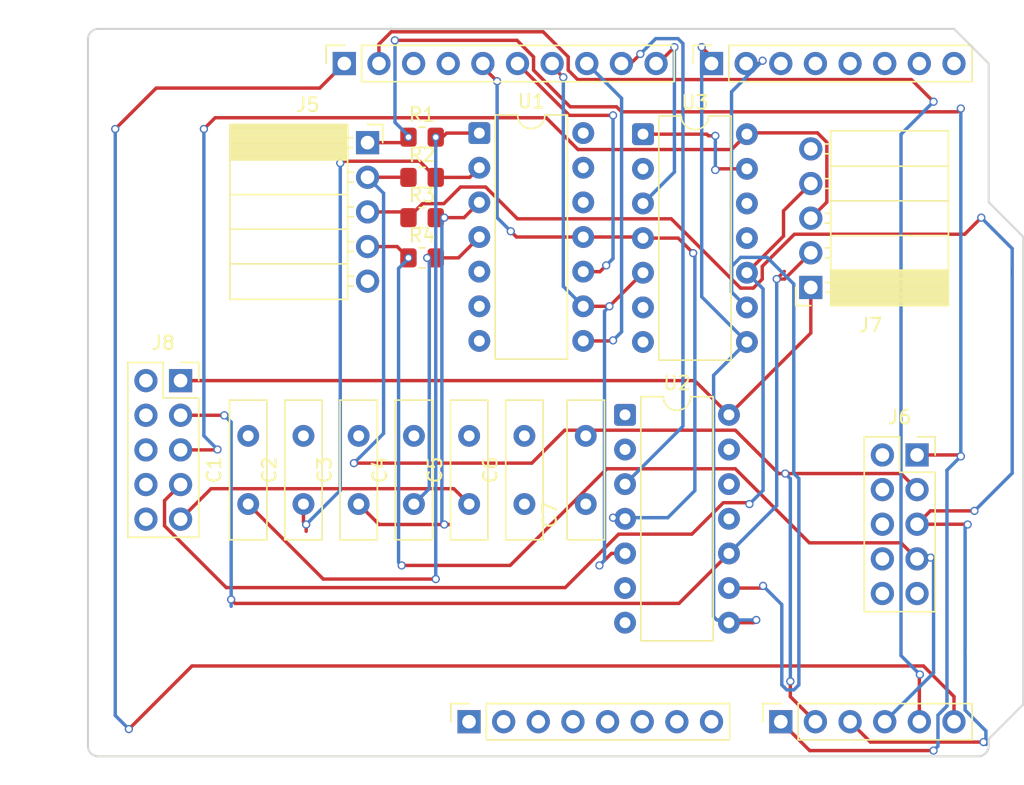
<source format=kicad_pcb>
(kicad_pcb (version 20241229) (generator "pcbnew") (generator_version "9.0")
  (title_block (date "mar. 31 mars 2015"))
  (layers (0 "F.Cu" signal) (4 "In1.Cu" signal) (6 "In2.Cu" signal) (2 "B.Cu" signal) (13 "F.Paste" user) (15 "B.Paste" user) (5 "F.SilkS" user "F.Silkscreen") (7 "B.SilkS" user "B.Silkscreen") (1 "F.Mask" user) (3 "B.Mask" user) (25 "Edge.Cuts" user))
  (net 0 "")
  (net 1 "GND")
  (net 3 "+5V")
  (net 4 "/IOREF")
  (net 5 "/A0")
  (net 6 "/A1")
  (net 7 "/A2")
  (net 8 "/A3")
  (net 9 "/SDA{slash}A4")
  (net 10 "/SCL{slash}A5")
  (net 11 "Net-(U1-CH0)")
  (net 12 "Net-(U1-CH1)")
  (net 13 "/AREF")
  (net 14 "Net-(U1-CH2)")
  (net 15 "Net-(U1-CH3)")
  (net 16 "/COPI")
  (net 17 "/CIPO")
  (net 18 "/SCK")
  (net 19 "/4")
  (net 20 "/2")
  (net 21 "/CS0")
  (net 22 "/*5")
  (net 23 "/TX{slash}1")
  (net 24 "/*3")
  (net 25 "/RX{slash}0")
  (net 26 "+3V3")
  (net 27 "VCC")
  (net 28 "/~{RESET}")
  (net 29 "/CS2")
  (net 30 "/CS1")
  (net 31 "/LDAC")
  (net 32 "/SHDN")
  (net 35 "/Out3")
  (net 36 "/Out2")
  (net 37 "/Out1")
  (net 38 "/Out0")
  (footprint "Connector_PinSocket_2.54mm:PinSocket_1x08_P2.54mm_Vertical" (layer "F.Cu") (at 127.94 97.46 90)
    (property "Reference" "J1" (hide yes))
    (property "Value" "Power")
    (pad "1" thru_hole rect (at 0 0 90) (size 1.7 1.7) (drill 1) (layers "*.Cu" "*.Mask"))
    (pad "2" thru_hole oval (at 0 2.54 90) (size 1.7 1.7) (drill 1) (layers "*.Cu" "*.Mask") (net 4 "/IOREF"))
    (pad "3" thru_hole oval (at 0 5.08 90) (size 1.7 1.7) (drill 1) (layers "*.Cu" "*.Mask") (net 28 "/~{RESET}"))
    (pad "4" thru_hole oval (at 0 7.62 90) (size 1.7 1.7) (drill 1) (layers "*.Cu" "*.Mask") (net 26 "+3V3"))
    (pad "5" thru_hole oval (at 0 10.16 90) (size 1.7 1.7) (drill 1) (layers "*.Cu" "*.Mask") (net 3 "+5V"))
    (pad "6" thru_hole oval (at 0 12.7 90) (size 1.7 1.7) (drill 1) (layers "*.Cu" "*.Mask") (net 1 "GND"))
    (pad "7" thru_hole oval (at 0 15.24 90) (size 1.7 1.7) (drill 1) (layers "*.Cu" "*.Mask") (net 1 "GND"))
    (pad "8" thru_hole oval (at 0 17.78 90) (size 1.7 1.7) (drill 1) (layers "*.Cu" "*.Mask") (net 27 "VCC"))
  )
  (footprint "Connector_PinSocket_2.54mm:PinSocket_1x06_P2.54mm_Vertical" (layer "F.Cu") (at 150.8 97.46 90)
    (property "Reference" "J3" (hide yes))
    (property "Value" "Analog")
    (pad "1" thru_hole rect (at 0 0 90) (size 1.7 1.7) (drill 1) (layers "*.Cu" "*.Mask") (net 5 "/A0"))
    (pad "2" thru_hole oval (at 0 2.54 90) (size 1.7 1.7) (drill 1) (layers "*.Cu" "*.Mask") (net 6 "/A1"))
    (pad "3" thru_hole oval (at 0 5.08 90) (size 1.7 1.7) (drill 1) (layers "*.Cu" "*.Mask") (net 7 "/A2"))
    (pad "4" thru_hole oval (at 0 7.62 90) (size 1.7 1.7) (drill 1) (layers "*.Cu" "*.Mask") (net 8 "/A3"))
    (pad "5" thru_hole oval (at 0 10.16 90) (size 1.7 1.7) (drill 1) (layers "*.Cu" "*.Mask") (net 9 "/SDA{slash}A4"))
    (pad "6" thru_hole oval (at 0 12.7 90) (size 1.7 1.7) (drill 1) (layers "*.Cu" "*.Mask") (net 10 "/SCL{slash}A5"))
  )
  (footprint "Connector_PinSocket_2.54mm:PinSocket_1x10_P2.54mm_Vertical" (layer "F.Cu") (at 118.796 49.2 90)
    (property "Reference" "J2" (hide yes))
    (property "Value" "Digital/PWM")
    (pad "1" thru_hole rect (at 0 0 90) (size 1.7 1.7) (drill 1) (layers "*.Cu" "*.Mask") (net 10 "/SCL{slash}A5"))
    (pad "2" thru_hole oval (at 0 2.54 90) (size 1.7 1.7) (drill 1) (layers "*.Cu" "*.Mask") (net 9 "/SDA{slash}A4"))
    (pad "3" thru_hole oval (at 0 5.08 90) (size 1.7 1.7) (drill 1) (layers "*.Cu" "*.Mask") (net 13 "/AREF"))
    (pad "4" thru_hole oval (at 0 7.62 90) (size 1.7 1.7) (drill 1) (layers "*.Cu" "*.Mask") (net 1 "GND"))
    (pad "5" thru_hole oval (at 0 10.16 90) (size 1.7 1.7) (drill 1) (layers "*.Cu" "*.Mask") (net 18 "/SCK"))
    (pad "6" thru_hole oval (at 0 12.7 90) (size 1.7 1.7) (drill 1) (layers "*.Cu" "*.Mask") (net 17 "/CIPO"))
    (pad "7" thru_hole oval (at 0 15.24 90) (size 1.7 1.7) (drill 1) (layers "*.Cu" "*.Mask") (net 16 "/COPI"))
    (pad "8" thru_hole oval (at 0 17.78 90) (size 1.7 1.7) (drill 1) (layers "*.Cu" "*.Mask") (net 21 "/CS0"))
    (pad "9" thru_hole oval (at 0 20.32 90) (size 1.7 1.7) (drill 1) (layers "*.Cu" "*.Mask") (net 30 "/CS1"))
    (pad "10" thru_hole oval (at 0 22.86 90) (size 1.7 1.7) (drill 1) (layers "*.Cu" "*.Mask") (net 29 "/CS2"))
  )
  (footprint "Connector_PinSocket_2.54mm:PinSocket_1x08_P2.54mm_Vertical" (layer "F.Cu") (at 145.72 49.2 90)
    (property "Reference" "J4" (hide yes))
    (property "Value" "Digital/PWM")
    (pad "1" thru_hole rect (at 0 0 90) (size 1.7 1.7) (drill 1) (layers "*.Cu" "*.Mask") (net 31 "/LDAC"))
    (pad "2" thru_hole oval (at 0 2.54 90) (size 1.7 1.7) (drill 1) (layers "*.Cu" "*.Mask") (net 32 "/SHDN"))
    (pad "3" thru_hole oval (at 0 5.08 90) (size 1.7 1.7) (drill 1) (layers "*.Cu" "*.Mask") (net 22 "/*5"))
    (pad "4" thru_hole oval (at 0 7.62 90) (size 1.7 1.7) (drill 1) (layers "*.Cu" "*.Mask") (net 19 "/4"))
    (pad "5" thru_hole oval (at 0 10.16 90) (size 1.7 1.7) (drill 1) (layers "*.Cu" "*.Mask") (net 24 "/*3"))
    (pad "6" thru_hole oval (at 0 12.7 90) (size 1.7 1.7) (drill 1) (layers "*.Cu" "*.Mask") (net 20 "/2"))
    (pad "7" thru_hole oval (at 0 15.24 90) (size 1.7 1.7) (drill 1) (layers "*.Cu" "*.Mask") (net 23 "/TX{slash}1"))
    (pad "8" thru_hole oval (at 0 17.78 90) (size 1.7 1.7) (drill 1) (layers "*.Cu" "*.Mask") (net 25 "/RX{slash}0"))
  )
  (footprint "Capacitor_THT:C_Disc_D10.0mm_W2.5mm_P5.00mm" (layer "F.Cu") (at 119.85 81.5 90)
    (property "Reference" "C3" (at 2.5 -2.5 90) (layer "F.SilkS"))
    (property "Value" ".003u")
    (pad "1" thru_hole circle (at 0 0 90) (size 1.6 1.6) (drill 0.8) (layers "*.Cu" "*.Mask") (net 14 "Net-(U1-CH2)"))
    (pad "2" thru_hole circle (at 5 0 90) (size 1.6 1.6) (drill 0.8) (layers "*.Cu" "*.Mask") (net 1 "GND"))
  )
  (footprint "Package_DIP:DIP-14_W7.62mm" (layer "F.Cu") (at 139.38 74.96)
    (property "Reference" "U2" (at 3.81 -2.33 0) (layer "F.SilkS"))
    (property "Value" "MCP4922-EP")
    (pad "1" thru_hole roundrect (at 0 0) (size 1.6 1.6) (drill 0.8) (layers "*.Cu" "*.Mask") (roundrect_rratio 0.15625) (net 3 "+5V"))
    (pad "2" thru_hole circle (at 0 2.54) (size 1.6 1.6) (drill 0.8) (layers "*.Cu" "*.Mask"))
    (pad "3" thru_hole circle (at 0 5.08) (size 1.6 1.6) (drill 0.8) (layers "*.Cu" "*.Mask") (net 30 "/CS1"))
    (pad "4" thru_hole circle (at 0 7.62) (size 1.6 1.6) (drill 0.8) (layers "*.Cu" "*.Mask") (net 18 "/SCK"))
    (pad "5" thru_hole circle (at 0 10.16) (size 1.6 1.6) (drill 0.8) (layers "*.Cu" "*.Mask") (net 16 "/COPI"))
    (pad "6" thru_hole circle (at 0 12.7) (size 1.6 1.6) (drill 0.8) (layers "*.Cu" "*.Mask"))
    (pad "7" thru_hole circle (at 0 15.24) (size 1.6 1.6) (drill 0.8) (layers "*.Cu" "*.Mask"))
    (pad "8" thru_hole circle (at 7.62 15.24) (size 1.6 1.6) (drill 0.8) (layers "*.Cu" "*.Mask") (net 31 "/LDAC"))
    (pad "9" thru_hole circle (at 7.62 12.7) (size 1.6 1.6) (drill 0.8) (layers "*.Cu" "*.Mask") (net 32 "/SHDN"))
    (pad "10" thru_hole circle (at 7.62 10.16) (size 1.6 1.6) (drill 0.8) (layers "*.Cu" "*.Mask") (net 37 "/Out1"))
    (pad "11" thru_hole circle (at 7.62 7.62) (size 1.6 1.6) (drill 0.8) (layers "*.Cu" "*.Mask") (net 3 "+5V"))
    (pad "12" thru_hole circle (at 7.62 5.08) (size 1.6 1.6) (drill 0.8) (layers "*.Cu" "*.Mask") (net 1 "GND"))
    (pad "13" thru_hole circle (at 7.62 2.54) (size 1.6 1.6) (drill 0.8) (layers "*.Cu" "*.Mask") (net 3 "+5V"))
    (pad "14" thru_hole circle (at 7.62 0) (size 1.6 1.6) (drill 0.8) (layers "*.Cu" "*.Mask") (net 38 "/Out0"))
  )
  (footprint "Capacitor_THT:C_Disc_D10.0mm_W2.5mm_P5.00mm" (layer "F.Cu") (at 127.95 81.5 90)
    (property "Reference" "C5" (at 2.5 -2.5 90) (layer "F.SilkS"))
    (property "Value" ".01u")
    (pad "1" thru_hole circle (at 0 0 90) (size 1.6 1.6) (drill 0.8) (layers "*.Cu" "*.Mask") (net 3 "+5V"))
    (pad "2" thru_hole circle (at 5 0 90) (size 1.6 1.6) (drill 0.8) (layers "*.Cu" "*.Mask") (net 1 "GND"))
  )
  (footprint "Package_DIP:DIP-14_W7.62mm" (layer "F.Cu") (at 128.695 54.3)
    (property "Reference" "U1" (at 3.81 -2.33 0) (layer "F.SilkS"))
    (property "Value" "MCP3204")
    (pad "1" thru_hole roundrect (at 0 0) (size 1.6 1.6) (drill 0.8) (layers "*.Cu" "*.Mask") (roundrect_rratio 0.15625) (net 11 "Net-(U1-CH0)"))
    (pad "2" thru_hole circle (at 0 2.54) (size 1.6 1.6) (drill 0.8) (layers "*.Cu" "*.Mask") (net 12 "Net-(U1-CH1)"))
    (pad "3" thru_hole circle (at 0 5.08) (size 1.6 1.6) (drill 0.8) (layers "*.Cu" "*.Mask") (net 14 "Net-(U1-CH2)"))
    (pad "4" thru_hole circle (at 0 7.62) (size 1.6 1.6) (drill 0.8) (layers "*.Cu" "*.Mask") (net 15 "Net-(U1-CH3)"))
    (pad "5" thru_hole circle (at 0 10.16) (size 1.6 1.6) (drill 0.8) (layers "*.Cu" "*.Mask"))
    (pad "6" thru_hole circle (at 0 12.7) (size 1.6 1.6) (drill 0.8) (layers "*.Cu" "*.Mask"))
    (pad "7" thru_hole circle (at 0 15.24) (size 1.6 1.6) (drill 0.8) (layers "*.Cu" "*.Mask") (net 1 "GND"))
    (pad "8" thru_hole circle (at 7.62 15.24) (size 1.6 1.6) (drill 0.8) (layers "*.Cu" "*.Mask") (net 21 "/CS0"))
    (pad "9" thru_hole circle (at 7.62 12.7) (size 1.6 1.6) (drill 0.8) (layers "*.Cu" "*.Mask") (net 16 "/COPI"))
    (pad "10" thru_hole circle (at 7.62 10.16) (size 1.6 1.6) (drill 0.8) (layers "*.Cu" "*.Mask") (net 17 "/CIPO"))
    (pad "11" thru_hole circle (at 7.62 7.62) (size 1.6 1.6) (drill 0.8) (layers "*.Cu" "*.Mask") (net 18 "/SCK"))
    (pad "12" thru_hole circle (at 7.62 5.08) (size 1.6 1.6) (drill 0.8) (layers "*.Cu" "*.Mask") (net 1 "GND"))
    (pad "13" thru_hole circle (at 7.62 2.54) (size 1.6 1.6) (drill 0.8) (layers "*.Cu" "*.Mask") (net 3 "+5V"))
    (pad "14" thru_hole circle (at 7.62 0) (size 1.6 1.6) (drill 0.8) (layers "*.Cu" "*.Mask") (net 3 "+5V"))
  )
  (footprint "Connector_PinSocket_2.54mm:PinSocket_2x05_P2.54mm_Vertical" (layer "F.Cu") (at 160.79 77.9)
    (property "Reference" "J6" (at -1.27 -2.77 0) (layer "F.SilkS"))
    (property "Value" "Conn_02x05_Odd_Even")
    (pad "1" thru_hole rect (at 0 0) (size 1.7 1.7) (drill 1) (layers "*.Cu" "*.Mask") (net 5 "/A0"))
    (pad "2" thru_hole circle (at -2.54 0) (size 1.7 1.7) (drill 1) (layers "*.Cu" "*.Mask") (net 1 "GND"))
    (pad "3" thru_hole circle (at 0 2.54) (size 1.7 1.7) (drill 1) (layers "*.Cu" "*.Mask") (net 6 "/A1"))
    (pad "4" thru_hole circle (at -2.54 2.54) (size 1.7 1.7) (drill 1) (layers "*.Cu" "*.Mask") (net 1 "GND"))
    (pad "5" thru_hole circle (at 0 5.08) (size 1.7 1.7) (drill 1) (layers "*.Cu" "*.Mask") (net 7 "/A2"))
    (pad "6" thru_hole circle (at -2.54 5.08) (size 1.7 1.7) (drill 1) (layers "*.Cu" "*.Mask") (net 1 "GND"))
    (pad "7" thru_hole circle (at 0 7.62) (size 1.7 1.7) (drill 1) (layers "*.Cu" "*.Mask") (net 8 "/A3"))
    (pad "8" thru_hole circle (at -2.54 7.62) (size 1.7 1.7) (drill 1) (layers "*.Cu" "*.Mask") (net 1 "GND"))
    (pad "9" thru_hole circle (at 0 10.16) (size 1.7 1.7) (drill 1) (layers "*.Cu" "*.Mask"))
    (pad "10" thru_hole circle (at -2.54 10.16) (size 1.7 1.7) (drill 1) (layers "*.Cu" "*.Mask"))
  )
  (footprint "Connector_PinSocket_2.54mm:PinSocket_2x05_P2.54mm_Vertical" (layer "F.Cu") (at 106.79 72.45)
    (property "Reference" "J8" (at -1.27 -2.77 0) (layer "F.SilkS"))
    (property "Value" "Conn_02x05_Odd_Even")
    (pad "1" thru_hole rect (at 0 0) (size 1.7 1.7) (drill 1) (layers "*.Cu" "*.Mask") (net 38 "/Out0"))
    (pad "2" thru_hole circle (at -2.54 0) (size 1.7 1.7) (drill 1) (layers "*.Cu" "*.Mask") (net 1 "GND"))
    (pad "3" thru_hole circle (at 0 2.54) (size 1.7 1.7) (drill 1) (layers "*.Cu" "*.Mask") (net 37 "/Out1"))
    (pad "4" thru_hole circle (at -2.54 2.54) (size 1.7 1.7) (drill 1) (layers "*.Cu" "*.Mask") (net 1 "GND"))
    (pad "5" thru_hole circle (at 0 5.08) (size 1.7 1.7) (drill 1) (layers "*.Cu" "*.Mask") (net 36 "/Out2"))
    (pad "6" thru_hole circle (at -2.54 5.08) (size 1.7 1.7) (drill 1) (layers "*.Cu" "*.Mask") (net 1 "GND"))
    (pad "7" thru_hole circle (at 0 7.62) (size 1.7 1.7) (drill 1) (layers "*.Cu" "*.Mask") (net 35 "/Out3"))
    (pad "8" thru_hole circle (at -2.54 7.62) (size 1.7 1.7) (drill 1) (layers "*.Cu" "*.Mask") (net 1 "GND"))
    (pad "9" thru_hole circle (at 0 10.16) (size 1.7 1.7) (drill 1) (layers "*.Cu" "*.Mask") (net 3 "+5V"))
    (pad "10" thru_hole circle (at -2.54 10.16) (size 1.7 1.7) (drill 1) (layers "*.Cu" "*.Mask") (net 1 "GND"))
  )
  (footprint "Capacitor_THT:C_Disc_D10.0mm_W2.5mm_P5.00mm" (layer "F.Cu") (at 111.75 81.5 90)
    (property "Reference" "C1" (at 2.5 -2.5 90) (layer "F.SilkS"))
    (property "Value" ".003u")
    (pad "1" thru_hole circle (at 0 0 90) (size 1.6 1.6) (drill 0.8) (layers "*.Cu" "*.Mask") (net 11 "Net-(U1-CH0)"))
    (pad "2" thru_hole circle (at 5 0 90) (size 1.6 1.6) (drill 0.8) (layers "*.Cu" "*.Mask") (net 1 "GND"))
  )
  (footprint "Resistor_SMD:R_0805_2012Metric_Pad1.20x1.40mm_HandSolder" (layer "F.Cu") (at 124.5 63.45)
    (property "Reference" "R4" (at 0 -1.65 0) (layer "F.SilkS"))
    (property "Value" "1k")
    (pad "1" smd roundrect (at -1 0) (size 1.2 1.4) (layers "F.Cu" "F.Mask" "F.Paste") (roundrect_rratio 0.208333) (net 8 "/A3"))
    (pad "2" smd roundrect (at 1 0) (size 1.2 1.4) (layers "F.Cu" "F.Mask" "F.Paste") (roundrect_rratio 0.208333) (net 15 "Net-(U1-CH3)"))
  )
  (footprint "Arduino_MountingHole:MountingHole_3.2mm" (layer "F.Cu") (at 115.24 49.2)
    (property "Reference" "MH1" (hide yes))
    (property "Value" "MountingHole_3.2mm" (hide yes))
    (pad "" np_thru_hole circle (at 0 0) (size 3.2 3.2) (drill 3.2) (layers "*.Cu" "*.Mask"))
  )
  (footprint "Resistor_SMD:R_0805_2012Metric_Pad1.20x1.40mm_HandSolder" (layer "F.Cu") (at 124.5 60.5)
    (property "Reference" "R3" (at 0 -1.65 0) (layer "F.SilkS"))
    (property "Value" "1k")
    (pad "1" smd roundrect (at -1 0) (size 1.2 1.4) (layers "F.Cu" "F.Mask" "F.Paste") (roundrect_rratio 0.208333) (net 7 "/A2"))
    (pad "2" smd roundrect (at 1 0) (size 1.2 1.4) (layers "F.Cu" "F.Mask" "F.Paste") (roundrect_rratio 0.208333) (net 14 "Net-(U1-CH2)"))
  )
  (footprint "Resistor_SMD:R_0805_2012Metric_Pad1.20x1.40mm_HandSolder" (layer "F.Cu") (at 124.5 57.55)
    (property "Reference" "R2" (at 0 -1.65 0) (layer "F.SilkS"))
    (property "Value" "1k")
    (pad "1" smd roundrect (at -1 0) (size 1.2 1.4) (layers "F.Cu" "F.Mask" "F.Paste") (roundrect_rratio 0.208333) (net 6 "/A1"))
    (pad "2" smd roundrect (at 1 0) (size 1.2 1.4) (layers "F.Cu" "F.Mask" "F.Paste") (roundrect_rratio 0.208333) (net 12 "Net-(U1-CH1)"))
  )
  (footprint "Resistor_SMD:R_0805_2012Metric_Pad1.20x1.40mm_HandSolder" (layer "F.Cu") (at 124.5 54.6)
    (property "Reference" "R1" (at 0 -1.65 0) (layer "F.SilkS"))
    (property "Value" "1k")
    (pad "1" smd roundrect (at -1 0) (size 1.2 1.4) (layers "F.Cu" "F.Mask" "F.Paste") (roundrect_rratio 0.208333) (net 5 "/A0"))
    (pad "2" smd roundrect (at 1 0) (size 1.2 1.4) (layers "F.Cu" "F.Mask" "F.Paste") (roundrect_rratio 0.208333) (net 11 "Net-(U1-CH0)"))
  )
  (footprint "Package_DIP:DIP-14_W7.62mm" (layer "F.Cu") (at 140.695 54.38)
    (property "Reference" "U3" (at 3.81 -2.33 0) (layer "F.SilkS"))
    (property "Value" "MCP4922-EP")
    (pad "1" thru_hole roundrect (at 0 0) (size 1.6 1.6) (drill 0.8) (layers "*.Cu" "*.Mask") (roundrect_rratio 0.15625) (net 3 "+5V"))
    (pad "2" thru_hole circle (at 0 2.54) (size 1.6 1.6) (drill 0.8) (layers "*.Cu" "*.Mask"))
    (pad "3" thru_hole circle (at 0 5.08) (size 1.6 1.6) (drill 0.8) (layers "*.Cu" "*.Mask") (net 29 "/CS2"))
    (pad "4" thru_hole circle (at 0 7.62) (size 1.6 1.6) (drill 0.8) (layers "*.Cu" "*.Mask") (net 18 "/SCK"))
    (pad "5" thru_hole circle (at 0 10.16) (size 1.6 1.6) (drill 0.8) (layers "*.Cu" "*.Mask") (net 16 "/COPI"))
    (pad "6" thru_hole circle (at 0 12.7) (size 1.6 1.6) (drill 0.8) (layers "*.Cu" "*.Mask"))
    (pad "7" thru_hole circle (at 0 15.24) (size 1.6 1.6) (drill 0.8) (layers "*.Cu" "*.Mask"))
    (pad "8" thru_hole circle (at 7.62 15.24) (size 1.6 1.6) (drill 0.8) (layers "*.Cu" "*.Mask") (net 31 "/LDAC"))
    (pad "9" thru_hole circle (at 7.62 12.7) (size 1.6 1.6) (drill 0.8) (layers "*.Cu" "*.Mask") (net 32 "/SHDN"))
    (pad "10" thru_hole circle (at 7.62 10.16) (size 1.6 1.6) (drill 0.8) (layers "*.Cu" "*.Mask") (net 35 "/Out3"))
    (pad "11" thru_hole circle (at 7.62 7.62) (size 1.6 1.6) (drill 0.8) (layers "*.Cu" "*.Mask") (net 3 "+5V"))
    (pad "12" thru_hole circle (at 7.62 5.08) (size 1.6 1.6) (drill 0.8) (layers "*.Cu" "*.Mask") (net 1 "GND"))
    (pad "13" thru_hole circle (at 7.62 2.54) (size 1.6 1.6) (drill 0.8) (layers "*.Cu" "*.Mask") (net 3 "+5V"))
    (pad "14" thru_hole circle (at 7.62 0) (size 1.6 1.6) (drill 0.8) (layers "*.Cu" "*.Mask") (net 36 "/Out2"))
  )
  (footprint "Capacitor_THT:C_Disc_D10.0mm_W2.5mm_P5.00mm" (layer "F.Cu") (at 132 81.5 90)
    (property "Reference" "C6" (at 2.5 -2.5 90) (layer "F.SilkS"))
    (property "Value" ".01u")
    (pad "1" thru_hole circle (at 0 0 90) (size 1.6 1.6) (drill 0.8) (layers "*.Cu" "*.Mask") (net 3 "+5V"))
    (pad "2" thru_hole circle (at 5 0 90) (size 1.6 1.6) (drill 0.8) (layers "*.Cu" "*.Mask") (net 1 "GND"))
  )
  (footprint "Capacitor_THT:C_Disc_D10.0mm_W2.5mm_P5.00mm" (layer "F.Cu") (at 136.5 81.5 90)
    (property "Reference" "C7" (at -0.8 -2.64 90) (layer "F.SilkS"))
    (property "Value" ".01u")
    (pad "1" thru_hole circle (at 0 0 90) (size 1.6 1.6) (drill 0.8) (layers "*.Cu" "*.Mask") (net 3 "+5V"))
    (pad "2" thru_hole circle (at 5 0 90) (size 1.6 1.6) (drill 0.8) (layers "*.Cu" "*.Mask") (net 1 "GND"))
  )
  (footprint "Connector_PinSocket_2.54mm:PinSocket_1x05_P2.54mm_Horizontal" (layer "F.Cu") (at 120.5 55)
    (property "Reference" "J5" (at -4.38 -2.77 0) (layer "F.SilkS"))
    (property "Value" "Screw_Terminal_01x05")
    (pad "1" thru_hole rect (at 0 0) (size 1.7 1.7) (drill 1) (layers "*.Cu" "*.Mask") (net 5 "/A0"))
    (pad "2" thru_hole circle (at 0 2.54) (size 1.7 1.7) (drill 1) (layers "*.Cu" "*.Mask") (net 6 "/A1"))
    (pad "3" thru_hole circle (at 0 5.08) (size 1.7 1.7) (drill 1) (layers "*.Cu" "*.Mask") (net 7 "/A2"))
    (pad "4" thru_hole circle (at 0 7.62) (size 1.7 1.7) (drill 1) (layers "*.Cu" "*.Mask") (net 8 "/A3"))
    (pad "5" thru_hole circle (at 0 10.16) (size 1.7 1.7) (drill 1) (layers "*.Cu" "*.Mask") (net 1 "GND"))
  )
  (footprint "Capacitor_THT:C_Disc_D10.0mm_W2.5mm_P5.00mm" (layer "F.Cu") (at 115.8 81.5 90)
    (property "Reference" "C2" (at 2.5 -2.5 90) (layer "F.SilkS"))
    (property "Value" ".003u")
    (pad "1" thru_hole circle (at 0 0 90) (size 1.6 1.6) (drill 0.8) (layers "*.Cu" "*.Mask") (net 12 "Net-(U1-CH1)"))
    (pad "2" thru_hole circle (at 5 0 90) (size 1.6 1.6) (drill 0.8) (layers "*.Cu" "*.Mask") (net 1 "GND"))
  )
  (footprint "Arduino_MountingHole:MountingHole_3.2mm" (layer "F.Cu") (at 113.97 97.46)
    (property "Reference" "MH2" (hide yes))
    (property "Value" "MountingHole_3.2mm" (hide yes))
    (pad "" np_thru_hole circle (at 0 0) (size 3.2 3.2) (drill 3.2) (layers "*.Cu" "*.Mask"))
  )
  (footprint "Arduino_MountingHole:MountingHole_3.2mm" (layer "F.Cu") (at 166.04 64.44)
    (property "Reference" "MH3" (hide yes))
    (property "Value" "MountingHole_3.2mm" (hide yes))
    (pad "" np_thru_hole circle (at 0 0) (size 3.2 3.2) (drill 3.2) (layers "*.Cu" "*.Mask"))
  )
  (footprint "Arduino_MountingHole:MountingHole_3.2mm" (layer "F.Cu") (at 166.04 92.38)
    (property "Reference" "MH4" (hide yes))
    (property "Value" "MountingHole_3.2mm" (hide yes))
    (pad "" np_thru_hole circle (at 0 0) (size 3.2 3.2) (drill 3.2) (layers "*.Cu" "*.Mask"))
  )
  (footprint "Connector_PinSocket_2.54mm:PinSocket_1x05_P2.54mm_Horizontal" (layer "F.Cu") (at 153 65.62 180)
    (property "Reference" "J7" (at -4.38 -2.77 0) (layer "F.SilkS"))
    (property "Value" "Screw_Terminal_01x05")
    (pad "1" thru_hole rect (at 0 0 180) (size 1.7 1.7) (drill 1) (layers "*.Cu" "*.Mask") (net 38 "/Out0"))
    (pad "2" thru_hole circle (at 0 2.54 180) (size 1.7 1.7) (drill 1) (layers "*.Cu" "*.Mask") (net 37 "/Out1"))
    (pad "3" thru_hole circle (at 0 5.08 180) (size 1.7 1.7) (drill 1) (layers "*.Cu" "*.Mask") (net 36 "/Out2"))
    (pad "4" thru_hole circle (at 0 7.62 180) (size 1.7 1.7) (drill 1) (layers "*.Cu" "*.Mask") (net 35 "/Out3"))
    (pad "5" thru_hole circle (at 0 10.16 180) (size 1.7 1.7) (drill 1) (layers "*.Cu" "*.Mask") (net 1 "GND"))
  )
  (footprint "Capacitor_THT:C_Disc_D10.0mm_W2.5mm_P5.00mm" (layer "F.Cu") (at 123.9 81.5 90)
    (property "Reference" "C4" (at 2.5 -2.5 90) (layer "F.SilkS"))
    (property "Value" ".003u")
    (pad "1" thru_hole circle (at 0 0 90) (size 1.6 1.6) (drill 0.8) (layers "*.Cu" "*.Mask") (net 15 "Net-(U1-CH3)"))
    (pad "2" thru_hole circle (at 5 0 90) (size 1.6 1.6) (drill 0.8) (layers "*.Cu" "*.Mask") (net 1 "GND"))
  )
  (gr_line (start 166.04 59.36) (end 168.58 61.9) (stroke (width 0.15)) (layer "Edge.Cuts"))
  (gr_line (start 100 99.238) (end 100 47.422) (stroke (width 0.15)) (layer "Edge.Cuts"))
  (gr_line (start 168.58 61.9) (end 168.58 96.19) (stroke (width 0.15)) (layer "Edge.Cuts"))
  (gr_line (start 165.278 100) (end 100.762 100) (stroke (width 0.15)) (layer "Edge.Cuts"))
  (gr_line (start 100.762 46.66) (end 163.5 46.66) (stroke (width 0.15)) (layer "Edge.Cuts"))
  (gr_arc (start 100.762 100) (mid 100.223185 99.776815) (end 100 99.238) (stroke (width 0.15)) (layer "Edge.Cuts"))
  (gr_line (start 168.58 96.19) (end 166.04 98.73) (stroke (width 0.15)) (layer "Edge.Cuts"))
  (gr_line (start 163.5 46.66) (end 166.04 49.2) (stroke (width 0.15)) (layer "Edge.Cuts"))
  (gr_arc (start 166.04 99.238) (mid 165.816815 99.776815) (end 165.278 100) (stroke (width 0.15)) (layer "Edge.Cuts"))
  (gr_line (start 166.04 49.2) (end 166.04 59.36) (stroke (width 0.15)) (layer "Edge.Cuts"))
  (gr_line (start 166.04 98.73) (end 166.04 99.238) (stroke (width 0.15)) (layer "Edge.Cuts"))
  (gr_arc (start 100 47.422) (mid 100.223185 46.883185) (end 100.762 46.66) (stroke (width 0.15)) (layer "Edge.Cuts"))
  (segment (start 146 54.5) (end 145.5 54.5) (width 0.25) (layer "F.Cu") (net 3))
  (segment (start 126.824 80.374) (end 127.95 81.5) (width 0.25) (layer "F.Cu") (net 3))
  (segment (start 136.475 57) (end 136.5 57) (width 0.25) (layer "F.Cu") (net 3))
  (segment (start 148.315 56.92) (end 146.08 56.92) (width 0.25) (layer "F.Cu") (net 3))
  (segment (start 106.79 82.61) (end 109.026 80.374) (width 0.25) (layer "F.Cu") (net 3))
  (segment (start 146.08 56.92) (end 146 57) (width 0.25) (layer "F.Cu") (net 3))
  (segment (start 109.026 80.374) (end 126.824 80.374) (width 0.25) (layer "F.Cu") (net 3))
  (segment (start 145.5 54.5) (end 145.38 54.38) (width 0.25) (layer "F.Cu") (net 3))
  (segment (start 145.38 54.38) (end 140.695 54.38) (width 0.25) (layer "F.Cu") (net 3))
  (via (at 146 57) (size 0.6) (drill 0.4) (layers "F.Cu" "B.Cu") (net 3))
  (via (at 146 57) (size 0.6) (drill 0.4) (layers "F.Cu" "B.Cu") (net 3))
  (via (at 146 57) (size 0.6) (drill 0.4) (layers "F.Cu" "B.Cu") (net 3))
  (via (at 146 57) (size 0.6) (drill 0.4) (layers "F.Cu" "B.Cu") (net 3))
  (via (at 146 54.5) (size 0.6) (drill 0.4) (layers "F.Cu" "B.Cu") (net 3))
  (segment (start 146 57) (end 146 54.5) (width 0.25) (layer "B.Cu") (net 3))
  (segment (start 132.672 48.712884) (end 131.459116 47.5) (width 0.25) (layer "F.Cu") (net 5))
  (segment (start 163.759298 52.740702) (end 139.126 52.740702) (width 0.25) (layer "F.Cu") (net 5))
  (segment (start 120.5 55) (end 123.1 55) (width 0.25) (layer "F.Cu") (net 5))
  (segment (start 162 99.576498) (end 152.916498 99.576498) (width 0.25) (layer "F.Cu") (net 5))
  (segment (start 139.126 52.740702) (end 138.759298 52.374) (width 0.25) (layer "F.Cu") (net 5))
  (segment (start 164 52.5) (end 163.759298 52.740702) (width 0.25) (layer "F.Cu") (net 5))
  (segment (start 160.79 77.9) (end 163.9 77.9) (width 0.25) (layer "F.Cu") (net 5))
  (segment (start 123.1 55) (end 123.5 54.6) (width 0.25) (layer "F.Cu") (net 5))
  (segment (start 138.759298 52.374) (end 135.358884 52.374) (width 0.25) (layer "F.Cu") (net 5))
  (segment (start 135.358884 52.374) (end 132.672 49.687116) (width 0.25) (layer "F.Cu") (net 5))
  (segment (start 131.459116 47.5) (end 122.5 47.5) (width 0.25) (layer "F.Cu") (net 5))
  (segment (start 152.916498 99.576498) (end 150.8 97.46) (width 0.25) (layer "F.Cu") (net 5))
  (segment (start 163.9 77.9) (end 164 78) (width 0.25) (layer "F.Cu") (net 5))
  (segment (start 132.672 49.687116) (end 132.672 48.712884) (width 0.25) (layer "F.Cu") (net 5))
  (via (at 164 52.5) (size 0.6) (drill 0.4) (layers "F.Cu" "B.Cu") (net 5))
  (via (at 164 78) (size 0.6) (drill 0.4) (layers "F.Cu" "B.Cu") (net 5))
  (via (at 122.5 47.5) (size 0.6) (drill 0.4) (layers "F.Cu" "B.Cu") (net 5))
  (via (at 164 78) (size 0.6) (drill 0.4) (layers "F.Cu" "B.Cu") (net 5))
  (via (at 162 99.576498) (size 0.6) (drill 0.4) (layers "F.Cu" "B.Cu") (net 5))
  (via (at 123.5 54.6) (size 0.6) (drill 0.4) (layers "F.Cu" "B.Cu") (net 5))
  (segment (start 162.324 96.972884) (end 162.324 99.252498) (width 0.25) (layer "B.Cu") (net 5))
  (segment (start 164 78) (end 164 52.5) (width 0.25) (layer "B.Cu") (net 5))
  (segment (start 123.5 54.5) (end 123.5 54.6) (width 0.25) (layer "B.Cu") (net 5))
  (segment (start 122.5 47.5) (end 122.512 47.512) (width 0.25) (layer "B.Cu") (net 5))
  (segment (start 122.512 53.512) (end 123.5 54.5) (width 0.25) (layer "B.Cu") (net 5))
  (segment (start 164 78) (end 162.983376 79.016624) (width 0.25) (layer "B.Cu") (net 5))
  (segment (start 122.512 47.512) (end 122.512 53.512) (width 0.25) (layer "B.Cu") (net 5))
  (segment (start 162.983376 79.016624) (end 162.983376 96.313508) (width 0.25) (layer "B.Cu") (net 5))
  (segment (start 162.324 99.252498) (end 162 99.576498) (width 0.25) (layer "B.Cu") (net 5))
  (segment (start 162.983376 96.313508) (end 162.324 96.972884) (width 0.25) (layer "B.Cu") (net 5))
  (segment (start 160.79 80.44) (end 159.614 79.264) (width 0.25) (layer "F.Cu") (net 6))
  (segment (start 120.5 57.54) (end 123.49 57.54) (width 0.25) (layer "F.Cu") (net 6))
  (segment (start 151.5 95.62) (end 151.5 94.5) (width 0.25) (layer "F.Cu") (net 6))
  (segment (start 150.644405 79.264) (end 147.466405 76.086) (width 0.25) (layer "F.Cu") (net 6))
  (segment (start 134.956405 76.086) (end 132.542405 78.5) (width 0.25) (layer "F.Cu") (net 6))
  (segment (start 132.542405 78.5) (end 119.5 78.5) (width 0.25) (layer "F.Cu") (net 6))
  (segment (start 123.49 57.54) (end 123.5 57.55) (width 0.25) (layer "F.Cu") (net 6))
  (segment (start 153.34 97.46) (end 151.5 95.62) (width 0.25) (layer "F.Cu") (net 6))
  (segment (start 159.614 79.264) (end 150.644405 79.264) (width 0.25) (layer "F.Cu") (net 6))
  (segment (start 147.466405 76.086) (end 134.956405 76.086) (width 0.25) (layer "F.Cu") (net 6))
  (via (at 119.5 78.5) (size 0.6) (drill 0.4) (layers "F.Cu" "B.Cu") (net 6))
  (via (at 151.125 79.264) (size 0.6) (drill 0.4) (layers "F.Cu" "B.Cu") (net 6))
  (via (at 151.5 94.5) (size 0.6) (drill 0.4) (layers "F.Cu" "B.Cu") (net 6))
  (segment (start 119.5 78.5) (end 121.676 76.324) (width 0.25) (layer "B.Cu") (net 6))
  (segment (start 121.676 76.324) (end 121.676 58.716) (width 0.25) (layer "B.Cu") (net 6))
  (segment (start 121.676 58.716) (end 120.5 57.54) (width 0.25) (layer "B.Cu") (net 6))
  (segment (start 151.5 94.5) (end 151.5 79.639) (width 0.25) (layer "B.Cu") (net 6))
  (segment (start 151.5 79.639) (end 151.125 79.264) (width 0.25) (layer "B.Cu") (net 6))
  (segment (start 149.441 64.073595) (end 149.441 65.006405) (width 0.25) (layer "F.Cu") (net 7))
  (segment (start 142.768595 60.586) (end 131.493405 60.586) (width 0.25) (layer "F.Cu") (net 7))
  (segment (start 147.848595 65.666) (end 142.768595 60.586) (width 0.25) (layer "F.Cu") (net 7))
  (segment (start 164.284 61.716) (end 151.798595 61.716) (width 0.25) (layer "F.Cu") (net 7))
  (segment (start 149.441 65.006405) (end 148.781405 65.666) (width 0.25) (layer "F.Cu") (net 7))
  (segment (start 148.781405 65.666) (end 147.848595 65.666) (width 0.25) (layer "F.Cu") (net 7))
  (segment (start 123.08 60.08) (end 123.5 60.5) (width 0.25) (layer "F.Cu") (net 7))
  (segment (start 160.79 82.98) (end 161.77 82) (width 0.25) (layer "F.Cu") (net 7))
  (segment (start 157.371498 98.951498) (end 155.88 97.46) (width 0.25) (layer "F.Cu") (net 7))
  (segment (start 160.79 82.98) (end 164.48 82.98) (width 0.25) (layer "F.Cu") (net 7))
  (segment (start 129.161405 58.254) (end 127.315514 58.254) (width 0.25) (layer "F.Cu") (net 7))
  (segment (start 127.315514 58.254) (end 126.095514 59.474) (width 0.25) (layer "F.Cu") (net 7))
  (segment (start 124.526 59.474) (end 123.5 60.5) (width 0.25) (layer "F.Cu") (net 7))
  (segment (start 164.48 82.98) (end 164.5 83) (width 0.25) (layer "F.Cu") (net 7))
  (segment (start 126.095514 59.474) (end 124.526 59.474) (width 0.25) (layer "F.Cu") (net 7))
  (segment (start 131.493405 60.586) (end 129.161405 58.254) (width 0.25) (layer "F.Cu") (net 7))
  (segment (start 165.665 98.951498) (end 157.371498 98.951498) (width 0.25) (layer "F.Cu") (net 7))
  (segment (start 151.798595 61.716) (end 149.441 64.073595) (width 0.25) (layer "F.Cu") (net 7))
  (segment (start 161.77 82) (end 165 82) (width 0.25) (layer "F.Cu") (net 7))
  (segment (start 120.5 60.08) (end 123.08 60.08) (width 0.25) (layer "F.Cu") (net 7))
  (segment (start 165.5 60.5) (end 164.284 61.716) (width 0.25) (layer "F.Cu") (net 7))
  (via (at 165.5 60.5) (size 0.6) (drill 0.4) (layers "F.Cu" "B.Cu") (net 7))
  (via (at 165 82) (size 0.6) (drill 0.4) (layers "F.Cu" "B.Cu") (net 7))
  (via (at 164.5 83) (size 0.6) (drill 0.4) (layers "F.Cu" "B.Cu") (net 7))
  (via (at 165.665 98.951498) (size 0.6) (drill 0.4) (layers "F.Cu" "B.Cu") (net 7))
  (segment (start 164.314 83.186) (end 164.314 96.610884) (width 0.25) (layer "B.Cu") (net 7))
  (segment (start 167.766 62.766) (end 165.5 60.5) (width 0.25) (layer "B.Cu") (net 7))
  (segment (start 167.766 79.234) (end 167.766 62.766) (width 0.25) (layer "B.Cu") (net 7))
  (segment (start 165.839 98.135884) (end 165.839 99.125498) (width 0.25) (layer "B.Cu") (net 7))
  (segment (start 165 82) (end 167.766 79.234) (width 0.25) (layer "B.Cu") (net 7))
  (segment (start 164.5 83) (end 164.314 83.186) (width 0.25) (layer "B.Cu") (net 7))
  (segment (start 165.839 99.125498) (end 165.665 98.951498) (width 0.25) (layer "B.Cu") (net 7))
  (segment (start 164.314 96.610884) (end 165.839 98.135884) (width 0.25) (layer "B.Cu") (net 7))
  (segment (start 120.5 62.62) (end 122.67 62.62) (width 0.25) (layer "F.Cu") (net 8))
  (segment (start 130.957595 86) (end 123 86) (width 0.25) (layer "F.Cu") (net 8))
  (segment (start 122.67 62.62) (end 123.5 63.45) (width 0.25) (layer "F.Cu") (net 8))
  (segment (start 152.896405 84.344) (end 147.466405 78.914) (width 0.25) (layer "F.Cu") (net 8))
  (segment (start 138.043595 78.914) (end 130.957595 86) (width 0.25) (layer "F.Cu") (net 8))
  (segment (start 160.79 85.52) (end 161.690687 85.52) (width 0.25) (layer "F.Cu") (net 8))
  (segment (start 147.466405 78.914) (end 138.043595 78.914) (width 0.25) (layer "F.Cu") (net 8))
  (segment (start 159.614 84.344) (end 152.896405 84.344) (width 0.25) (layer "F.Cu") (net 8))
  (segment (start 160.79 85.52) (end 159.614 84.344) (width 0.25) (layer "F.Cu") (net 8))
  (segment (start 161.690687 85.52) (end 161.785496 85.425191) (width 0.25) (layer "F.Cu") (net 8))
  (via (at 123 86) (size 0.6) (drill 0.4) (layers "F.Cu" "B.Cu") (net 8))
  (via (at 123.5 63.45) (size 0.6) (drill 0.4) (layers "F.Cu" "B.Cu") (net 8))
  (via (at 161.785496 85.425191) (size 0.6) (drill 0.4) (layers "F.Cu" "B.Cu") (net 8))
  (segment (start 122.774 85.774) (end 122.774 64.226) (width 0.25) (layer "B.Cu") (net 8))
  (segment (start 123.5 63.5) (end 123.5 63.45) (width 0.25) (layer "B.Cu") (net 8))
  (segment (start 162 93.88) (end 158.42 97.46) (width 0.25) (layer "B.Cu") (net 8))
  (segment (start 123 86) (end 122.774 85.774) (width 0.25) (layer "B.Cu") (net 8))
  (segment (start 122.774 64.226) (end 123.5 63.5) (width 0.25) (layer "B.Cu") (net 8))
  (segment (start 161.785496 85.425191) (end 162 85.639695) (width 0.25) (layer "B.Cu") (net 8))
  (segment (start 162 85.639695) (end 162 93.88) (width 0.25) (layer "B.Cu") (net 8))
  (segment (start 122.240702 46.874) (end 121.336 47.778702) (width 0.25) (layer "F.Cu") (net 9))
  (segment (start 160.376 50.376) (end 135.900884 50.376) (width 0.25) (layer "F.Cu") (net 9))
  (segment (start 121.336 47.778702) (end 121.336 49.2) (width 0.25) (layer "F.Cu") (net 9))
  (segment (start 135.900884 50.376) (end 135.212 49.687116) (width 0.25) (layer "F.Cu") (net 9))
  (segment (start 162 52) (end 160.376 50.376) (width 0.25) (layer "F.Cu") (net 9))
  (segment (start 133.373116 46.874) (end 122.240702 46.874) (width 0.25) (layer "F.Cu") (net 9))
  (segment (start 135.212 49.687116) (end 135.212 48.712884) (width 0.25) (layer "F.Cu") (net 9))
  (segment (start 160.96 94.036116) (end 160.998058 93.998058) (width 0.25) (layer "F.Cu") (net 9))
  (segment (start 160.96 97.46) (end 160.96 94.036116) (width 0.25) (layer "F.Cu") (net 9))
  (segment (start 135.212 48.712884) (end 133.373116 46.874) (width 0.25) (layer "F.Cu") (net 9))
  (via (at 162 52) (size 0.6) (drill 0.4) (layers "F.Cu" "B.Cu") (net 9))
  (via (at 160.998058 93.998058) (size 0.6) (drill 0.4) (layers "F.Cu" "B.Cu") (net 9))
  (segment (start 159.614 54.386) (end 162 52) (width 0.25) (layer "B.Cu") (net 9))
  (segment (start 159.614 92.614) (end 159.614 54.386) (width 0.25) (layer "B.Cu") (net 9))
  (segment (start 160.998058 93.998058) (end 159.614 92.614) (width 0.25) (layer "B.Cu") (net 9))
  (segment (start 161.257356 93.372058) (end 163.5 95.614702) (width 0.25) (layer "F.Cu") (net 10))
  (segment (start 163.5 95.614702) (end 163.5 97.46) (width 0.25) (layer "F.Cu") (net 10))
  (segment (start 103 98) (end 107.627942 93.372058) (width 0.25) (layer "F.Cu") (net 10))
  (segment (start 118.796 49.2) (end 116.996 51) (width 0.25) (layer "F.Cu") (net 10))
  (segment (start 105 51) (end 102 54) (width 0.25) (layer "F.Cu") (net 10))
  (segment (start 116.996 51) (end 105 51) (width 0.25) (layer "F.Cu") (net 10))
  (segment (start 119.201514 49.2) (end 118.796 49.2) (width 0.25) (layer "F.Cu") (net 10))
  (segment (start 107.627942 93.372058) (end 161.257356 93.372058) (width 0.25) (layer "F.Cu") (net 10))
  (via (at 103 98) (size 0.6) (drill 0.4) (layers "F.Cu" "B.Cu") (net 10))
  (via (at 102 54) (size 0.6) (drill 0.4) (layers "F.Cu" "B.Cu") (net 10))
  (segment (start 102 97) (end 103 98) (width 0.25) (layer "B.Cu") (net 10))
  (segment (start 102 54) (end 102 97) (width 0.25) (layer "B.Cu") (net 10))
  (segment (start 117.25 87) (end 125.5 87) (width 0.25) (layer "F.Cu") (net 11))
  (segment (start 111.75 81.5) (end 117.25 87) (width 0.25) (layer "F.Cu") (net 11))
  (segment (start 126.3 54.3) (end 128.695 54.3) (width 0.25) (layer "F.Cu") (net 11))
  (segment (start 126 54.6) (end 126.3 54.3) (width 0.25) (layer "F.Cu") (net 11))
  (segment (start 125.5 54.6) (end 126 54.6) (width 0.25) (layer "F.Cu") (net 11))
  (via (at 125.5 54.6) (size 0.6) (drill 0.4) (layers "F.Cu" "B.Cu") (net 11))
  (via (at 125.5 87) (size 0.6) (drill 0.4) (layers "F.Cu" "B.Cu") (net 11))
  (segment (start 125.5 87) (end 125.5 54.6) (width 0.25) (layer "B.Cu") (net 11))
  (segment (start 115.8 81.5) (end 115.8 82.8) (width 0.25) (layer "F.Cu") (net 12))
  (segment (start 127.985 57.55) (end 128.695 56.84) (width 0.25) (layer "F.Cu") (net 12))
  (segment (start 115.8 82.8) (end 116 83) (width 0.25) (layer "F.Cu") (net 12))
  (segment (start 124.314 56.364) (end 125.5 57.55) (width 0.25) (layer "F.Cu") (net 12))
  (segment (start 125.5 57.55) (end 127.985 57.55) (width 0.25) (layer "F.Cu") (net 12))
  (segment (start 118.636 56.364) (end 124.314 56.364) (width 0.25) (layer "F.Cu") (net 12))
  (segment (start 118.5 56.5) (end 118.636 56.364) (width 0.25) (layer "F.Cu") (net 12))
  (segment (start 116 83) (end 116 83.5) (width 0.25) (layer "F.Cu") (net 12))
  (via (at 116 83) (size 0.6) (drill 0.4) (layers "F.Cu" "B.Cu") (net 12))
  (via (at 118.5 56.5) (size 0.6) (drill 0.4) (layers "F.Cu" "B.Cu") (net 12))
  (segment (start 118.5 80.5) (end 118.5 56.5) (width 0.25) (layer "B.Cu") (net 12))
  (segment (start 118.5 56.5) (end 118.5 57) (width 0.25) (layer "B.Cu") (net 12))
  (segment (start 116 83) (end 118.5 80.5) (width 0.25) (layer "B.Cu") (net 12))
  (segment (start 126.5 83) (end 126.125 83) (width 0.25) (layer "F.Cu") (net 14))
  (segment (start 119.85 81.5) (end 121.35 83) (width 0.25) (layer "F.Cu") (net 14))
  (segment (start 127.575 60.5) (end 128.695 59.38) (width 0.25) (layer "F.Cu") (net 14))
  (segment (start 121.35 83) (end 126.5 83) (width 0.25) (layer "F.Cu") (net 14))
  (segment (start 125.5 60.5) (end 127.575 60.5) (width 0.25) (layer "F.Cu") (net 14))
  (via (at 126.125 60.5) (size 0.6) (drill 0.4) (layers "F.Cu" "B.Cu") (net 14))
  (via (at 126.125 83) (size 0.6) (drill 0.4) (layers "F.Cu" "B.Cu") (net 14))
  (segment (start 125.951 82.826) (end 125.951 60.5) (width 0.25) (layer "B.Cu") (net 14))
  (segment (start 126.125 83) (end 125.951 82.826) (width 0.25) (layer "B.Cu") (net 14))
  (segment (start 125.951 60.5) (end 126.125 60.5) (width 0.25) (layer "B.Cu") (net 14))
  (segment (start 125.5 63.45) (end 127.165 63.45) (width 0.25) (layer "F.Cu") (net 15))
  (segment (start 127.165 63.45) (end 128.695 61.92) (width 0.25) (layer "F.Cu") (net 15))
  (via (at 124.875 63.45) (size 0.6) (drill 0.4) (layers "F.Cu" "B.Cu") (net 15))
  (segment (start 125.026 63.601) (end 124.875 63.45) (width 0.25) (layer "B.Cu") (net 15))
  (segment (start 123.9 81.5) (end 125.026 80.374) (width 0.25) (layer "B.Cu") (net 15))
  (segment (start 125.026 80.374) (end 125.026 63.601) (width 0.25) (layer "B.Cu") (net 15))
  (segment (start 136.315 67) (end 138.235 67) (width 0.25) (layer "F.Cu") (net 16))
  (segment (start 138.235 67) (end 140.695 64.54) (width 0.25) (layer "F.Cu") (net 16))
  (segment (start 138.38348 85.12) (end 137.50174 86.00174) (width 0.25) (layer "F.Cu") (net 16))
  (segment (start 134.036 49.395001) (end 134.853473 50.212474) (width 0.25) (layer "F.Cu") (net 16))
  (segment (start 134.036 49.2) (end 134.036 49.395001) (width 0.25) (layer "F.Cu") (net 16))
  (segment (start 139.38 85.12) (end 138.38348 85.12) (width 0.25) (layer "F.Cu") (net 16))
  (via (at 137.50174 86.00174) (size 0.6) (drill 0.4) (layers "F.Cu" "B.Cu") (net 16))
  (via (at 138.235 67) (size 0.6) (drill 0.4) (layers "F.Cu" "B.Cu") (net 16))
  (via (at 134.853473 50.212474) (size 0.6) (drill 0.4) (layers "F.Cu" "B.Cu") (net 16))
  (segment (start 137.874 85.62948) (end 137.874 67.361) (width 0.25) (layer "B.Cu") (net 16))
  (segment (start 137.874 67.361) (end 138.235 67) (width 0.25) (layer "B.Cu") (net 16))
  (segment (start 137.50174 86.00174) (end 137.874 85.62948) (width 0.25) (layer "B.Cu") (net 16))
  (segment (start 134.853473 65.538473) (end 136.315 67) (width 0.25) (layer "B.Cu") (net 16))
  (segment (start 134.853473 50.212474) (end 134.853473 65.538473) (width 0.25) (layer "B.Cu") (net 16))
  (segment (start 138.5 53) (end 135.296 53) (width 0.25) (layer "F.Cu") (net 17))
  (segment (start 137.54 64.46) (end 138 64) (width 0.25) (layer "F.Cu") (net 17))
  (segment (start 136.315 64.46) (end 137.54 64.46) (width 0.25) (layer "F.Cu") (net 17))
  (segment (start 138 64) (end 137.900405 63.900405) (width 0.25) (layer "F.Cu") (net 17))
  (segment (start 135.296 53) (end 131.496 49.2) (width 0.25) (layer "F.Cu") (net 17))
  (via (at 138 64) (size 0.6) (drill 0.4) (layers "F.Cu" "B.Cu") (net 17))
  (via (at 138.5 53) (size 0.6) (drill 0.4) (layers "F.Cu" "B.Cu") (net 17))
  (segment (start 138 64) (end 138.5 63.5) (width 0.25) (layer "B.Cu") (net 17))
  (segment (start 138.5 63.5) (end 138.5 53) (width 0.25) (layer "B.Cu") (net 17))
  (segment (start 128.956 49.456) (end 130 50.5) (width 0.25) (layer "F.Cu") (net 18))
  (segment (start 136.315 61.92) (end 140.615 61.92) (width 0.25) (layer "F.Cu") (net 18))
  (segment (start 138.58 82.58) (end 138.5 82.5) (width 0.25) (layer "F.Cu") (net 18))
  (segment (start 143.274355 62) (end 140.695 62) (width 0.25) (layer "F.Cu") (net 18))
  (segment (start 131 61.5) (end 131.42 61.92) (width 0.25) (layer "F.Cu") (net 18))
  (segment (start 144.375 63.100645) (end 143.274355 62) (width 0.25) (layer "F.Cu") (net 18))
  (segment (start 140.615 61.92) (end 140.695 62) (width 0.25) (layer "F.Cu") (net 18))
  (segment (start 131.42 61.92) (end 136.315 61.92) (width 0.25) (layer "F.Cu") (net 18))
  (segment (start 139.38 82.58) (end 138.58 82.58) (width 0.25) (layer "F.Cu") (net 18))
  (segment (start 128.956 49.2) (end 128.956 49.456) (width 0.25) (layer "F.Cu") (net 18))
  (via (at 130 50.5) (size 0.6) (drill 0.4) (layers "F.Cu" "B.Cu") (net 18))
  (via (at 138.5 82.5) (size 0.6) (drill 0.4) (layers "F.Cu" "B.Cu") (net 18))
  (via (at 144.375 63.100645) (size 0.6) (drill 0.4) (layers "F.Cu" "B.Cu") (net 18))
  (via (at 131 61.5) (size 0.6) (drill 0.4) (layers "F.Cu" "B.Cu") (net 18))
  (segment (start 144.475645 63) (end 144.375 63.100645) (width 0.25) (layer "B.Cu") (net 18))
  (segment (start 130 50.5) (end 130 60.5) (width 0.25) (layer "B.Cu") (net 18))
  (segment (start 144.5 63) (end 144.475645 63) (width 0.25) (layer "B.Cu") (net 18))
  (segment (start 138.5 82.5) (end 142.512 82.5) (width 0.25) (layer "B.Cu") (net 18))
  (segment (start 144.5 80.512) (end 144.5 63) (width 0.25) (layer "B.Cu") (net 18))
  (segment (start 142.512 82.5) (end 144.5 80.512) (width 0.25) (layer "B.Cu") (net 18))
  (segment (start 130 60.5) (end 131 61.5) (width 0.25) (layer "B.Cu") (net 18))
  (segment (start 138.46 69.54) (end 138.5 69.5) (width 0.25) (layer "F.Cu") (net 21))
  (segment (start 136.315 69.54) (end 138.46 69.54) (width 0.25) (layer "F.Cu") (net 21))
  (via (at 138.5 69.5) (size 0.6) (drill 0.4) (layers "F.Cu" "B.Cu") (net 21))
  (segment (start 139.126 68.874) (end 139.126 51.75) (width 0.25) (layer "B.Cu") (net 21))
  (segment (start 138.5 69.5) (end 139.126 68.874) (width 0.25) (layer "B.Cu") (net 21))
  (segment (start 139.126 51.75) (end 136.576 49.2) (width 0.25) (layer "B.Cu") (net 21))
  (segment (start 141.8 49.2) (end 143 48) (width 0.25) (layer "F.Cu") (net 29))
  (segment (start 141.656 49.2) (end 141.8 49.2) (width 0.25) (layer "F.Cu") (net 29))
  (via (at 143 48) (size 0.6) (drill 0.4) (layers "F.Cu" "B.Cu") (net 29))
  (segment (start 143 48) (end 143 57.155) (width 0.25) (layer "B.Cu") (net 29))
  (segment (start 143 57.155) (end 140.695 59.46) (width 0.25) (layer "B.Cu") (net 29))
  (segment (start 139.8 49.2) (end 140.5 48.5) (width 0.25) (layer "F.Cu") (net 30))
  (segment (start 139.116 49.2) (end 139.8 49.2) (width 0.25) (layer "F.Cu") (net 30))
  (via (at 140.5 48.5) (size 0.6) (drill 0.4) (layers "F.Cu" "B.Cu") (net 30))
  (segment (start 143.259298 47.374) (end 143.626 47.740702) (width 0.25) (layer "B.Cu") (net 30))
  (segment (start 140.5 48.5) (end 141.626 47.374) (width 0.25) (layer "B.Cu") (net 30))
  (segment (start 143.626 75.794) (end 139.38 80.04) (width 0.25) (layer "B.Cu") (net 30))
  (segment (start 141.626 47.374) (end 143.259298 47.374) (width 0.25) (layer "B.Cu") (net 30))
  (segment (start 143.626 47.740702) (end 143.626 75.794) (width 0.25) (layer "B.Cu") (net 30))
  (segment (start 145 49.92) (end 145 49.925) (width 0.25) (layer "F.Cu") (net 31))
  (segment (start 145.72 49.2) (end 145.72 48.72) (width 0.25) (layer "F.Cu") (net 31))
  (segment (start 148.8 90.2) (end 149 90) (width 0.25) (layer "F.Cu") (net 31))
  (segment (start 147 90.2) (end 148.8 90.2) (width 0.25) (layer "F.Cu") (net 31))
  (segment (start 145.72 48.72) (end 145 48) (width 0.25) (layer "F.Cu") (net 31))
  (via (at 149 90) (size 0.6) (drill 0.4) (layers "F.Cu" "B.Cu") (net 31))
  (via (at 145 48) (size 0.6) (drill 0.4) (layers "F.Cu" "B.Cu") (net 31))
  (segment (start 145.874 72.061) (end 148.315 69.62) (width 0.25) (layer "B.Cu") (net 31))
  (segment (start 149 90) (end 146.114702 90) (width 0.25) (layer "B.Cu") (net 31))
  (segment (start 145.874 89.759298) (end 145.874 72.061) (width 0.25) (layer "B.Cu") (net 31))
  (segment (start 146.114702 90) (end 145.874 89.759298) (width 0.25) (layer "B.Cu") (net 31))
  (segment (start 145 66.305) (end 148.315 69.62) (width 0.25) (layer "B.Cu") (net 31))
  (segment (start 145 48) (end 145 66.305) (width 0.25) (layer "B.Cu") (net 31))
  (segment (start 149.260418 49.2) (end 149.465696 48.994722) (width 0.25) (layer "F.Cu") (net 32))
  (segment (start 149.34 87.66) (end 149.5 87.5) (width 0.25) (layer "F.Cu") (net 32))
  (segment (start 147 87.66) (end 149.34 87.66) (width 0.25) (layer "F.Cu") (net 32))
  (segment (start 148.26 49.2) (end 149.260418 49.2) (width 0.25) (layer "F.Cu") (net 32))
  (via (at 149.465696 48.994722) (size 0.6) (drill 0.4) (layers "F.Cu" "B.Cu") (net 32))
  (via (at 149.5 87.5) (size 0.6) (drill 0.4) (layers "F.Cu" "B.Cu") (net 32))
  (segment (start 149.465696 48.994722) (end 147.189 51.271418) (width 0.25) (layer "B.Cu") (net 32))
  (segment (start 149.799298 63.414) (end 147.848595 63.414) (width 0.25) (layer "B.Cu") (net 32))
  (segment (start 147.848595 63.414) (end 147.189 64.073595) (width 0.25) (layer "B.Cu") (net 32))
  (segment (start 151.751 79.25219) (end 151.751 65.365702) (width 0.25) (layer "B.Cu") (net 32))
  (segment (start 147.189 65.954) (end 148.315 67.08) (width 0.25) (layer "B.Cu") (net 32))
  (segment (start 149.5 87.5) (end 150.874 88.874) (width 0.25) (layer "B.Cu") (net 32))
  (segment (start 152.126 94.759298) (end 152.126 79.62719) (width 0.25) (layer "B.Cu") (net 32))
  (segment (start 151.751 65.365702) (end 149.799298 63.414) (width 0.25) (layer "B.Cu") (net 32))
  (segment (start 151.240702 95.126) (end 151.759298 95.126) (width 0.25) (layer "B.Cu") (net 32))
  (segment (start 151.759298 95.126) (end 152.126 94.759298) (width 0.25) (layer "B.Cu") (net 32))
  (segment (start 150.874 94.759298) (end 151.240702 95.126) (width 0.25) (layer "B.Cu") (net 32))
  (segment (start 152.126 79.62719) (end 151.751 79.25219) (width 0.25) (layer "B.Cu") (net 32))
  (segment (start 147.189 64.073595) (end 147.189 65.954) (width 0.25) (layer "B.Cu") (net 32))
  (segment (start 150.874 88.874) (end 150.874 94.759298) (width 0.25) (layer "B.Cu") (net 32))
  (segment (start 147.189 51.271418) (end 147.189 65.954) (width 0.25) (layer "B.Cu") (net 32))
  (segment (start 110.142884 87.626) (end 134.993595 87.626) (width 0.25) (layer "F.Cu") (net 35))
  (segment (start 148.400291 81.400291) (end 148.5 81.5) (width 0.25) (layer "F.Cu") (net 35))
  (segment (start 134.993595 87.626) (end 138.913595 83.706) (width 0.25) (layer "F.Cu") (net 35))
  (segment (start 138.913595 83.706) (end 144.281595 83.706) (width 0.25) (layer "F.Cu") (net 35))
  (segment (start 105.614 83.097116) (end 110.142884 87.626) (width 0.25) (layer "F.Cu") (net 35))
  (segment (start 105.614 81.246) (end 105.614 83.097116) (width 0.25) (layer "F.Cu") (net 35))
  (segment (start 146.587304 81.400291) (end 148.400291 81.400291) (width 0.25) (layer "F.Cu") (net 35))
  (segment (start 106.79 80.07) (end 105.614 81.246) (width 0.25) (layer "F.Cu") (net 35))
  (segment (start 153 58) (end 151 60) (width 0.25) (layer "F.Cu") (net 35))
  (segment (start 151 61.855) (end 148.315 64.54) (width 0.25) (layer "F.Cu") (net 35))
  (segment (start 151 60) (end 151 61.855) (width 0.25) (layer "F.Cu") (net 35))
  (segment (start 144.281595 83.706) (end 146.587304 81.400291) (width 0.25) (layer "F.Cu") (net 35))
  (via (at 148.5 81.5) (size 0.6) (drill 0.4) (layers "F.Cu" "B.Cu") (net 35))
  (segment (start 149.5 65.725) (end 148.315 64.54) (width 0.25) (layer "B.Cu") (net 35))
  (segment (start 149.5 80.5) (end 149.5 65.725) (width 0.25) (layer "B.Cu") (net 35))
  (segment (start 148.5 81.5) (end 149.5 80.5) (width 0.25) (layer "B.Cu") (net 35))
  (segment (start 108.5 54) (end 109.326 53.174) (width 0.25) (layer "F.Cu") (net 36))
  (segment (start 147.189 55.506) (end 148.315 54.38) (width 0.25) (layer "F.Cu") (net 36))
  (segment (start 133.596595 53.174) (end 135.928595 55.506) (width 0.25) (layer "F.Cu") (net 36))
  (segment (start 153 60.54) (end 154.176 59.364) (width 0.25) (layer "F.Cu") (net 36))
  (segment (start 106.79 77.53) (end 109.47 77.53) (width 0.25) (layer "F.Cu") (net 36))
  (segment (start 148.411 54.284) (end 148.315 54.38) (width 0.25) (layer "F.Cu") (net 36))
  (segment (start 154.176 54.972884) (end 153.487116 54.284) (width 0.25) (layer "F.Cu") (net 36))
  (segment (start 153.487116 54.284) (end 148.411 54.284) (width 0.25) (layer "F.Cu") (net 36))
  (segment (start 135.928595 55.506) (end 147.189 55.506) (width 0.25) (layer "F.Cu") (net 36))
  (segment (start 154.176 59.364) (end 154.176 54.972884) (width 0.25) (layer "F.Cu") (net 36))
  (segment (start 109.47 77.53) (end 109.5 77.5) (width 0.25) (layer "F.Cu") (net 36))
  (segment (start 109.326 53.174) (end 133.596595 53.174) (width 0.25) (layer "F.Cu") (net 36))
  (via (at 109.5 77.5) (size 0.6) (drill 0.4) (layers "F.Cu" "B.Cu") (net 36))
  (via (at 108.5 54) (size 0.6) (drill 0.4) (layers "F.Cu" "B.Cu") (net 36))
  (segment (start 109.5 77.5) (end 108.5 76.5) (width 0.25) (layer "B.Cu") (net 36))
  (segment (start 108.5 76.5) (end 108.5 54) (width 0.25) (layer "B.Cu") (net 36))
  (segment (start 151.08 65) (end 150.5 65) (width 0.25) (layer "F.Cu") (net 37))
  (segment (start 110.5 88.5) (end 110.786 88.786) (width 0.25) (layer "F.Cu") (net 37))
  (segment (start 109.99 74.99) (end 110 75) (width 0.25) (layer "F.Cu") (net 37))
  (segment (start 106.79 74.99) (end 109.99 74.99) (width 0.25) (layer "F.Cu") (net 37))
  (segment (start 110.786 88.786) (end 143.334 88.786) (width 0.25) (layer "F.Cu") (net 37))
  (segment (start 150.5 65) (end 151.056 64.444) (width 0.25) (layer "F.Cu") (net 37))
  (segment (start 153 63.08) (end 151.08 65) (width 0.25) (layer "F.Cu") (net 37))
  (segment (start 143.334 88.786) (end 147 85.12) (width 0.25) (layer "F.Cu") (net 37))
  (via (at 110.5 88.5) (size 0.6) (drill 0.4) (layers "F.Cu" "B.Cu") (net 37))
  (via (at 110 75) (size 0.6) (drill 0.4) (layers "F.Cu" "B.Cu") (net 37))
  (via (at 150.5 65) (size 0.6) (drill 0.4) (layers "F.Cu" "B.Cu") (net 37))
  (via (at 110 75) (size 0.6) (drill 0.4) (layers "F.Cu" "B.Cu") (net 37))
  (segment (start 150.5 65) (end 150.5 81.62) (width 0.25) (layer "B.Cu") (net 37))
  (segment (start 110 75) (end 110.5 75.5) (width 0.25) (layer "B.Cu") (net 37))
  (segment (start 110.5 75.5) (end 110.5 88.5) (width 0.25) (layer "B.Cu") (net 37))
  (segment (start 150.5 81.62) (end 147 85.12) (width 0.25) (layer "B.Cu") (net 37))
  (segment (start 110.5 89) (end 110.5 88.5) (width 0.25) (layer "B.Cu") (net 37))
  (segment (start 153 68.96) (end 147 74.96) (width 0.25) (layer "F.Cu") (net 38))
  (segment (start 153 65.62) (end 153 68.96) (width 0.25) (layer "F.Cu") (net 38))
  (segment (start 106.79 72.45) (end 144.49 72.45) (width 0.25) (layer "F.Cu") (net 38))
  (segment (start 144.49 72.45) (end 147 74.96) (width 0.25) (layer "F.Cu") (net 38))
)
</source>
